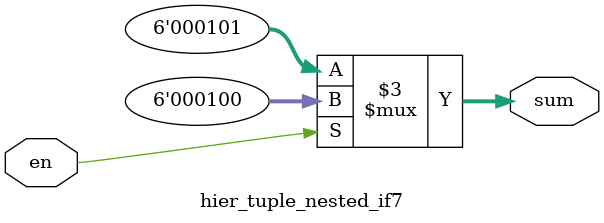
<source format=v>

module hier_tuple_nested_if7(input en, output reg [5:0] sum);

  always @(en) begin
    if (en) begin
      sum = 1 + 3;
    end else begin
      sum = 1 + 4;
    end
  end

endmodule

</source>
